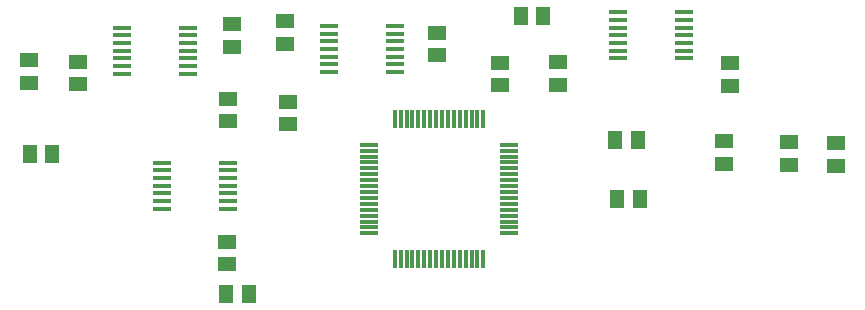
<source format=gtp>
G75*
%MOIN*%
%OFA0B0*%
%FSLAX25Y25*%
%IPPOS*%
%LPD*%
%AMOC8*
5,1,8,0,0,1.08239X$1,22.5*
%
%ADD10R,0.05118X0.05906*%
%ADD11R,0.05906X0.05118*%
%ADD12R,0.01181X0.05906*%
%ADD13R,0.05906X0.01181*%
%ADD14R,0.06299X0.01378*%
D10*
X0103165Y0055939D03*
X0110646Y0055939D03*
X0045264Y0102535D03*
X0037783Y0102535D03*
X0201366Y0148402D03*
X0208846Y0148402D03*
X0232902Y0107063D03*
X0240382Y0107063D03*
X0240972Y0087378D03*
X0233492Y0087378D03*
D11*
X0269004Y0099268D03*
X0269004Y0106748D03*
X0290657Y0106433D03*
X0290657Y0098953D03*
X0306406Y0098638D03*
X0306406Y0106118D03*
X0270972Y0125252D03*
X0270972Y0132732D03*
X0213886Y0133047D03*
X0213886Y0125567D03*
X0194398Y0125510D03*
X0194398Y0132990D03*
X0173453Y0135449D03*
X0173453Y0142929D03*
X0123925Y0119937D03*
X0123925Y0112457D03*
X0103650Y0113362D03*
X0103650Y0120843D03*
X0105028Y0138283D03*
X0105028Y0145764D03*
X0122744Y0146709D03*
X0122744Y0139228D03*
X0053846Y0133323D03*
X0053846Y0125843D03*
X0037626Y0126236D03*
X0037626Y0133717D03*
X0103531Y0073205D03*
X0103531Y0065724D03*
D12*
X0159398Y0067614D03*
X0161366Y0067614D03*
X0163335Y0067614D03*
X0165303Y0067614D03*
X0167272Y0067614D03*
X0169240Y0067614D03*
X0171209Y0067614D03*
X0173177Y0067614D03*
X0175146Y0067614D03*
X0177114Y0067614D03*
X0179083Y0067614D03*
X0181051Y0067614D03*
X0183020Y0067614D03*
X0184988Y0067614D03*
X0186957Y0067614D03*
X0188925Y0067614D03*
X0188925Y0114071D03*
X0186957Y0114071D03*
X0184988Y0114071D03*
X0183020Y0114071D03*
X0181051Y0114071D03*
X0179083Y0114071D03*
X0177114Y0114071D03*
X0175146Y0114071D03*
X0173177Y0114071D03*
X0171209Y0114071D03*
X0169240Y0114071D03*
X0167272Y0114071D03*
X0165303Y0114071D03*
X0163335Y0114071D03*
X0161366Y0114071D03*
X0159398Y0114071D03*
D13*
X0150933Y0105606D03*
X0150933Y0103638D03*
X0150933Y0101669D03*
X0150933Y0099701D03*
X0150933Y0097732D03*
X0150933Y0095764D03*
X0150933Y0093795D03*
X0150933Y0091827D03*
X0150933Y0089858D03*
X0150933Y0087890D03*
X0150933Y0085921D03*
X0150933Y0083953D03*
X0150933Y0081984D03*
X0150933Y0080016D03*
X0150933Y0078047D03*
X0150933Y0076079D03*
X0197390Y0076079D03*
X0197390Y0078047D03*
X0197390Y0080016D03*
X0197390Y0081984D03*
X0197390Y0083953D03*
X0197390Y0085921D03*
X0197390Y0087890D03*
X0197390Y0089858D03*
X0197390Y0091827D03*
X0197390Y0093795D03*
X0197390Y0095764D03*
X0197390Y0097732D03*
X0197390Y0099701D03*
X0197390Y0101669D03*
X0197390Y0103638D03*
X0197390Y0105606D03*
D14*
X0159437Y0129858D03*
X0159437Y0132417D03*
X0159437Y0134976D03*
X0159437Y0137535D03*
X0159437Y0140094D03*
X0159437Y0142654D03*
X0159437Y0145213D03*
X0137390Y0145213D03*
X0137390Y0142654D03*
X0137390Y0140094D03*
X0137390Y0137535D03*
X0137390Y0134976D03*
X0137390Y0132417D03*
X0137390Y0129858D03*
X0090539Y0129268D03*
X0090539Y0131827D03*
X0090539Y0134386D03*
X0090539Y0136945D03*
X0090539Y0139504D03*
X0090539Y0142063D03*
X0090539Y0144622D03*
X0068492Y0144622D03*
X0068492Y0142063D03*
X0068492Y0139504D03*
X0068492Y0136945D03*
X0068492Y0134386D03*
X0068492Y0131827D03*
X0068492Y0129268D03*
X0081681Y0099661D03*
X0081681Y0097102D03*
X0081681Y0094543D03*
X0081681Y0091984D03*
X0081681Y0089425D03*
X0081681Y0086866D03*
X0081681Y0084307D03*
X0103728Y0084307D03*
X0103728Y0086866D03*
X0103728Y0089425D03*
X0103728Y0091984D03*
X0103728Y0094543D03*
X0103728Y0097102D03*
X0103728Y0099661D03*
X0233846Y0134386D03*
X0233846Y0136945D03*
X0233846Y0139504D03*
X0233846Y0142063D03*
X0233846Y0144622D03*
X0233846Y0147181D03*
X0233846Y0149740D03*
X0255894Y0149740D03*
X0255894Y0147181D03*
X0255894Y0144622D03*
X0255894Y0142063D03*
X0255894Y0139504D03*
X0255894Y0136945D03*
X0255894Y0134386D03*
M02*

</source>
